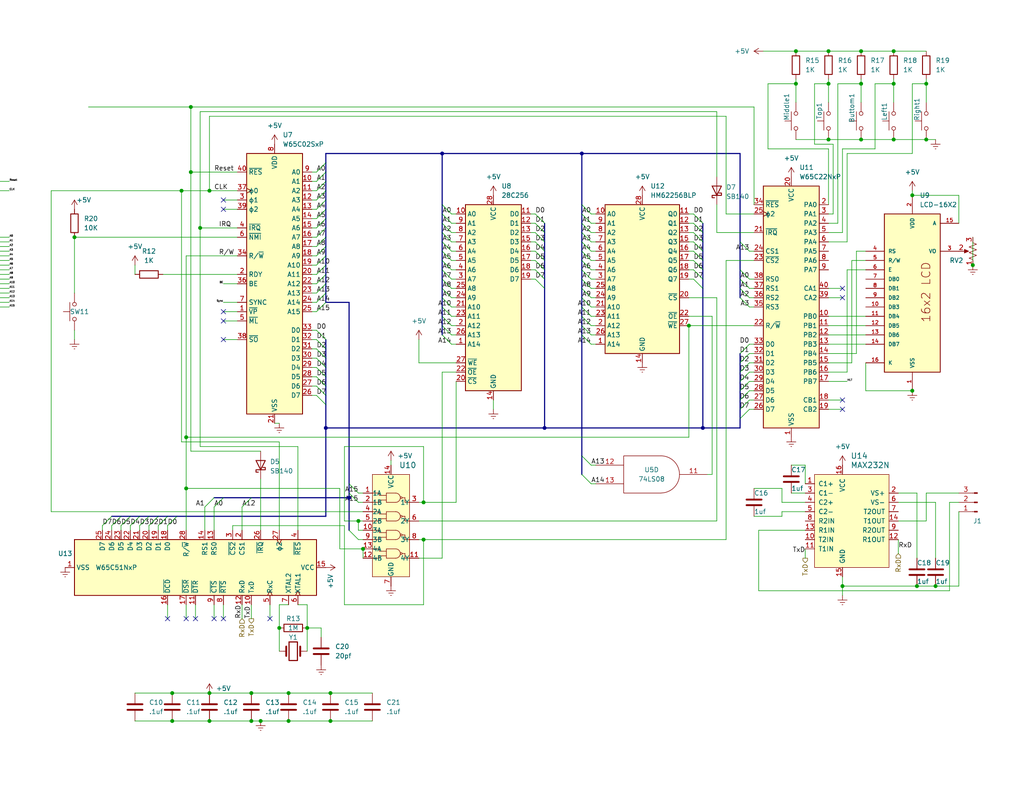
<source format=kicad_sch>
(kicad_sch (version 20230121) (generator eeschema)
  (paper "A")
  (junction (at 226.06 22.86))
  (junction (at 226.06 38.1))
  (junction (at 248.92 106.68))
  (junction (at 52.07 29.21))
  (junction (at 90.17 196.85))
  (junction (at 50.8 133.35))
  (junction (at 120.65 41.91))
  (junction (at 115.57 137.16))
  (junction (at 71.12 196.85))
  (junction (at 191.77 116.84))
  (junction (at 46.99 196.85))
  (junction (at 83.82 171.45))
  (junction (at 226.06 13.97))
  (junction (at 88.9 116.84))
  (junction (at 243.84 13.97))
  (junction (at 95.25 135.89))
  (junction (at 76.2 171.45))
  (junction (at 234.95 22.86))
  (junction (at 158.75 41.91))
  (junction (at 57.15 52.07))
  (junction (at 50.8 119.38))
  (junction (at 68.58 189.23))
  (junction (at 54.61 62.23))
  (junction (at 90.17 189.23))
  (junction (at 255.27 160.02))
  (junction (at 68.58 196.85))
  (junction (at 250.19 160.02))
  (junction (at 49.53 52.07))
  (junction (at 234.95 38.1))
  (junction (at 243.84 22.86))
  (junction (at 217.17 13.97))
  (junction (at 234.95 13.97))
  (junction (at 78.74 196.85))
  (junction (at 115.57 147.32))
  (junction (at 78.74 189.23))
  (junction (at 52.07 46.99))
  (junction (at 57.15 196.85))
  (junction (at 20.32 64.77))
  (junction (at 265.43 72.39))
  (junction (at 99.06 149.86))
  (junction (at 243.84 38.1))
  (junction (at 217.17 22.86))
  (junction (at 148.59 116.84))
  (junction (at 46.99 189.23))
  (junction (at 248.92 53.3146))
  (junction (at 229.87 160.02))
  (junction (at 187.96 88.9))
  (junction (at 252.73 22.86))
  (junction (at 252.73 38.1))
  (junction (at 57.15 189.23))
  (junction (at 97.79 142.24))
  (no_connect (at 229.87 111.76))
  (no_connect (at 60.96 54.61))
  (no_connect (at 58.42 168.91))
  (no_connect (at 50.8 168.91))
  (no_connect (at 53.34 168.91))
  (no_connect (at 60.96 57.15))
  (no_connect (at 229.87 109.22))
  (no_connect (at 73.66 168.91))
  (no_connect (at 60.96 92.71))
  (no_connect (at 229.87 81.28))
  (no_connect (at 229.87 78.74))
  (no_connect (at 60.96 87.63))
  (no_connect (at 45.72 168.91))
  (no_connect (at 60.96 85.09))
  (no_connect (at 60.96 168.91))
  (bus_entry (at 86.36 92.71) (size 2.54 2.54))
  (bus_entry (at 120.65 63.5) (size 2.54 2.54))
  (bus_entry (at 146.05 63.5) (size 2.54 2.54))
  (bus_entry (at 86.36 105.41) (size 2.54 2.54))
  (bus_entry (at 158.75 78.74) (size 2.54 2.54))
  (bus_entry (at 30.48 143.51) (size 2.54 -2.54))
  (bus_entry (at 189.23 60.96) (size 2.54 2.54))
  (bus_entry (at 189.23 76.2) (size 2.54 2.54))
  (bus_entry (at 86.36 95.25) (size 2.54 2.54))
  (bus_entry (at 201.93 114.3) (size 2.54 -2.54))
  (bus_entry (at 120.65 71.12) (size 2.54 2.54))
  (bus_entry (at 146.05 60.96) (size 2.54 2.54))
  (bus_entry (at 201.93 73.66) (size 2.54 2.54))
  (bus_entry (at 120.65 76.2) (size 2.54 2.54))
  (bus_entry (at 120.65 66.04) (size 2.54 2.54))
  (bus_entry (at 189.23 68.58) (size 2.54 2.54))
  (bus_entry (at 86.36 57.15) (size 2.54 -2.54))
  (bus_entry (at 86.36 74.93) (size 2.54 -2.54))
  (bus_entry (at 86.36 90.17) (size 2.54 2.54))
  (bus_entry (at 86.36 54.61) (size 2.54 -2.54))
  (bus_entry (at 86.36 59.69) (size 2.54 -2.54))
  (bus_entry (at 120.65 68.58) (size 2.54 2.54))
  (bus_entry (at 66.04 138.43) (size 2.54 -2.54))
  (bus_entry (at 120.65 55.88) (size 2.54 2.54))
  (bus_entry (at 86.36 80.01) (size 2.54 -2.54))
  (bus_entry (at 35.56 143.51) (size 2.54 -2.54))
  (bus_entry (at 158.75 129.54) (size 2.54 2.54))
  (bus_entry (at 158.75 86.36) (size 2.54 2.54))
  (bus_entry (at 158.75 124.46) (size 2.54 2.54))
  (bus_entry (at 146.05 76.2) (size 2.54 2.54))
  (bus_entry (at 158.75 71.12) (size 2.54 2.54))
  (bus_entry (at 189.23 63.5) (size 2.54 2.54))
  (bus_entry (at 158.75 83.82) (size 2.54 2.54))
  (bus_entry (at 40.64 143.51) (size 2.54 -2.54))
  (bus_entry (at 95.25 144.78) (size 2.54 2.54))
  (bus_entry (at 158.75 73.66) (size 2.54 2.54))
  (bus_entry (at 201.93 78.74) (size 2.54 2.54))
  (bus_entry (at 158.75 88.9) (size 2.54 2.54))
  (bus_entry (at 38.1 143.51) (size 2.54 -2.54))
  (bus_entry (at 201.93 106.68) (size 2.54 -2.54))
  (bus_entry (at 86.36 100.33) (size 2.54 2.54))
  (bus_entry (at 158.75 91.44) (size 2.54 2.54))
  (bus_entry (at 86.36 72.39) (size 2.54 -2.54))
  (bus_entry (at 120.65 83.82) (size 2.54 2.54))
  (bus_entry (at 146.05 58.42) (size 2.54 2.54))
  (bus_entry (at 120.65 73.66) (size 2.54 2.54))
  (bus_entry (at 120.65 86.36) (size 2.54 2.54))
  (bus_entry (at 158.75 63.5) (size 2.54 2.54))
  (bus_entry (at 158.75 76.2) (size 2.54 2.54))
  (bus_entry (at 86.36 77.47) (size 2.54 -2.54))
  (bus_entry (at 86.36 52.07) (size 2.54 -2.54))
  (bus_entry (at 201.93 81.28) (size 2.54 2.54))
  (bus_entry (at 120.65 58.42) (size 2.54 2.54))
  (bus_entry (at 158.75 68.58) (size 2.54 2.54))
  (bus_entry (at 189.23 71.12) (size 2.54 2.54))
  (bus_entry (at 146.05 73.66) (size 2.54 2.54))
  (bus_entry (at 86.36 64.77) (size 2.54 -2.54))
  (bus_entry (at 201.93 66.04) (size 2.54 2.54))
  (bus_entry (at 201.93 76.2) (size 2.54 2.54))
  (bus_entry (at 201.93 109.22) (size 2.54 -2.54))
  (bus_entry (at 201.93 111.76) (size 2.54 -2.54))
  (bus_entry (at 189.23 58.42) (size 2.54 2.54))
  (bus_entry (at 86.36 46.99) (size 2.54 -2.54))
  (bus_entry (at 120.65 81.28) (size 2.54 2.54))
  (bus_entry (at 158.75 55.88) (size 2.54 2.54))
  (bus_entry (at 146.05 71.12) (size 2.54 2.54))
  (bus_entry (at 58.42 138.43) (size 2.54 -2.54))
  (bus_entry (at 86.36 97.79) (size 2.54 2.54))
  (bus_entry (at 86.36 82.55) (size 2.54 -2.54))
  (bus_entry (at 120.65 88.9) (size 2.54 2.54))
  (bus_entry (at 95.25 134.62) (size 2.54 2.54))
  (bus_entry (at 86.36 107.95) (size 2.54 2.54))
  (bus_entry (at 201.93 104.14) (size 2.54 -2.54))
  (bus_entry (at 55.88 138.43) (size 2.54 -2.54))
  (bus_entry (at 95.25 132.08) (size 2.54 2.54))
  (bus_entry (at 86.36 67.31) (size 2.54 -2.54))
  (bus_entry (at 86.36 85.09) (size 2.54 -2.54))
  (bus_entry (at 86.36 49.53) (size 2.54 -2.54))
  (bus_entry (at 45.72 143.51) (size 2.54 -2.54))
  (bus_entry (at 33.02 143.51) (size 2.54 -2.54))
  (bus_entry (at 158.75 81.28) (size 2.54 2.54))
  (bus_entry (at 189.23 73.66) (size 2.54 2.54))
  (bus_entry (at 201.93 101.6) (size 2.54 -2.54))
  (bus_entry (at 120.65 91.44) (size 2.54 2.54))
  (bus_entry (at 146.05 68.58) (size 2.54 2.54))
  (bus_entry (at 158.75 58.42) (size 2.54 2.54))
  (bus_entry (at 120.65 78.74) (size 2.54 2.54))
  (bus_entry (at 43.18 143.51) (size 2.54 -2.54))
  (bus_entry (at 86.36 62.23) (size 2.54 -2.54))
  (bus_entry (at 27.94 143.51) (size 2.54 -2.54))
  (bus_entry (at 86.36 69.85) (size 2.54 -2.54))
  (bus_entry (at 120.65 60.96) (size 2.54 2.54))
  (bus_entry (at 158.75 66.04) (size 2.54 2.54))
  (bus_entry (at 189.23 66.04) (size 2.54 2.54))
  (bus_entry (at 146.05 66.04) (size 2.54 2.54))
  (bus_entry (at 201.93 99.06) (size 2.54 -2.54))
  (bus_entry (at 201.93 96.52) (size 2.54 -2.54))
  (bus_entry (at 158.75 60.96) (size 2.54 2.54))
  (bus_entry (at 86.36 102.87) (size 2.54 2.54))
  (wire (pts (xy 115.57 147.32) (xy 198.12 147.32)))
  (wire (pts (xy -1.27 76.2) (xy 2.54 76.2)))
  (wire (pts (xy 252.73 38.1) (xy 255.27 38.1)))
  (wire (pts (xy 227.33 58.42) (xy 227.33 39.37)))
  (wire (pts (xy 60.96 87.63) (xy 64.77 87.63)))
  (bus (pts (xy 191.77 66.04) (xy 191.77 68.58)))
  (wire (pts (xy 204.47 68.58) (xy 205.74 68.58)))
  (wire (pts (xy 68.58 196.85) (xy 71.12 196.85)))
  (wire (pts (xy 99.06 139.7) (xy 13.97 139.7)))
  (wire (pts (xy 226.06 13.97) (xy 234.95 13.97)))
  (wire (pts (xy 81.28 121.92) (xy 54.61 121.92)))
  (bus (pts (xy 191.77 76.2) (xy 191.77 78.74)))
  (wire (pts (xy 198.12 147.32) (xy 198.12 71.12)))
  (wire (pts (xy 229.87 40.64) (xy 238.76 40.64)))
  (wire (pts (xy 238.76 40.64) (xy 238.76 22.86)))
  (wire (pts (xy 50.8 119.38) (xy 187.96 119.38)))
  (wire (pts (xy 219.71 134.62) (xy 215.9 134.62)))
  (wire (pts (xy 93.98 165.1) (xy 115.57 165.1)))
  (wire (pts (xy 85.09 100.33) (xy 86.36 100.33)))
  (bus (pts (xy 201.93 96.52) (xy 201.93 99.06)))
  (bus (pts (xy 30.48 140.97) (xy 33.02 140.97)))
  (wire (pts (xy 57.15 52.07) (xy 57.15 31.75)))
  (wire (pts (xy 219.71 152.4) (xy 219.71 149.86)))
  (wire (pts (xy 243.84 22.86) (xy 243.84 27.94)))
  (wire (pts (xy 255.27 137.16) (xy 255.27 152.4)))
  (bus (pts (xy 201.93 41.91) (xy 201.93 66.04)))
  (wire (pts (xy -1.27 68.58) (xy 2.54 68.58)))
  (wire (pts (xy 123.19 83.82) (xy 124.46 83.82)))
  (wire (pts (xy 252.73 22.86) (xy 252.73 21.59)))
  (wire (pts (xy 161.29 81.28) (xy 162.56 81.28)))
  (wire (pts (xy 219.71 127) (xy 215.9 127)))
  (bus (pts (xy 158.75 41.91) (xy 201.93 41.91)))
  (wire (pts (xy 83.82 165.1) (xy 81.28 165.1)))
  (wire (pts (xy 204.47 78.74) (xy 205.74 78.74)))
  (wire (pts (xy 60.96 57.15) (xy 64.77 57.15)))
  (wire (pts (xy -16.51 85.09) (xy -16.51 87.63)))
  (wire (pts (xy -1.27 78.74) (xy 2.54 78.74)))
  (bus (pts (xy 120.65 58.42) (xy 120.65 60.96)))
  (wire (pts (xy -1.27 66.04) (xy 2.54 66.04)))
  (bus (pts (xy 158.75 63.5) (xy 158.75 66.04)))
  (bus (pts (xy 120.65 88.9) (xy 120.65 91.44)))
  (bus (pts (xy 158.75 68.58) (xy 158.75 71.12)))
  (bus (pts (xy 201.93 99.06) (xy 201.93 101.6)))
  (bus (pts (xy 120.65 73.66) (xy 120.65 76.2)))
  (wire (pts (xy 97.79 134.62) (xy 99.06 134.62)))
  (wire (pts (xy 217.17 38.1) (xy 226.06 38.1)))
  (wire (pts (xy 229.87 160.02) (xy 250.19 160.02)))
  (wire (pts (xy 226.06 55.88) (xy 226.06 40.64)))
  (wire (pts (xy 85.09 77.47) (xy 86.36 77.47)))
  (wire (pts (xy 85.09 72.39) (xy 86.36 72.39)))
  (wire (pts (xy 161.29 76.2) (xy 162.56 76.2)))
  (bus (pts (xy 88.9 49.53) (xy 88.9 52.07)))
  (wire (pts (xy 120.65 101.6) (xy 124.46 101.6)))
  (wire (pts (xy 93.98 121.92) (xy 115.57 121.92)))
  (bus (pts (xy 88.9 110.49) (xy 88.9 116.84)))
  (wire (pts (xy 27.94 143.51) (xy 27.94 144.78)))
  (wire (pts (xy 52.07 29.21) (xy 205.74 29.21)))
  (wire (pts (xy 229.87 160.02) (xy 229.87 157.48)))
  (wire (pts (xy 123.19 66.04) (xy 124.46 66.04)))
  (bus (pts (xy 88.9 77.47) (xy 88.9 80.01)))
  (wire (pts (xy 234.95 38.1) (xy 243.84 38.1)))
  (wire (pts (xy 187.96 76.2) (xy 189.23 76.2)))
  (wire (pts (xy 85.09 80.01) (xy 86.36 80.01)))
  (wire (pts (xy 87.63 173.99) (xy 87.63 171.45)))
  (wire (pts (xy 99.06 142.24) (xy 97.79 142.24)))
  (bus (pts (xy 191.77 63.5) (xy 191.77 66.04)))
  (wire (pts (xy 187.96 71.12) (xy 189.23 71.12)))
  (bus (pts (xy 201.93 76.2) (xy 201.93 78.74)))
  (wire (pts (xy 83.82 165.1) (xy 83.82 171.45)))
  (bus (pts (xy 148.59 68.58) (xy 148.59 71.12)))
  (wire (pts (xy 36.83 196.85) (xy 46.99 196.85)))
  (wire (pts (xy 45.72 143.51) (xy 45.72 144.78)))
  (wire (pts (xy 232.41 99.06) (xy 232.41 71.12)))
  (wire (pts (xy 90.17 189.23) (xy 101.6 189.23)))
  (wire (pts (xy 99.06 144.78) (xy 97.79 144.78)))
  (wire (pts (xy 231.14 41.91) (xy 248.92 41.91)))
  (wire (pts (xy 233.68 68.58) (xy 236.22 68.58)))
  (wire (pts (xy 66.04 144.78) (xy 66.04 138.43)))
  (wire (pts (xy 187.96 58.42) (xy 189.23 58.42)))
  (wire (pts (xy 213.36 133.35) (xy 205.74 133.35)))
  (bus (pts (xy 60.96 135.89) (xy 68.58 135.89)))
  (wire (pts (xy 50.8 133.35) (xy 92.71 133.35)))
  (wire (pts (xy 60.96 77.47) (xy 64.77 77.47)))
  (wire (pts (xy 232.41 71.12) (xy 236.22 71.12)))
  (wire (pts (xy 213.36 139.7) (xy 219.71 139.7)))
  (wire (pts (xy 60.96 54.61) (xy 64.77 54.61)))
  (bus (pts (xy 88.9 69.85) (xy 88.9 72.39)))
  (wire (pts (xy 231.14 73.66) (xy 236.22 73.66)))
  (wire (pts (xy 161.29 63.5) (xy 162.56 63.5)))
  (wire (pts (xy 76.2 165.1) (xy 76.2 171.45)))
  (wire (pts (xy 66.04 165.1) (xy 66.04 168.91)))
  (wire (pts (xy 85.09 54.61) (xy 86.36 54.61)))
  (bus (pts (xy 120.65 66.04) (xy 120.65 68.58)))
  (wire (pts (xy 209.55 22.86) (xy 217.17 22.86)))
  (wire (pts (xy -1.27 81.28) (xy 2.54 81.28)))
  (wire (pts (xy 226.06 40.64) (xy 209.55 40.64)))
  (wire (pts (xy 226.06 21.59) (xy 226.06 22.86)))
  (bus (pts (xy 158.75 81.28) (xy 158.75 83.82)))
  (wire (pts (xy 248.92 22.86) (xy 252.73 22.86)))
  (wire (pts (xy 123.19 68.58) (xy 124.46 68.58)))
  (wire (pts (xy 219.71 137.16) (xy 213.36 137.16)))
  (bus (pts (xy 201.93 111.76) (xy 201.93 114.3)))
  (wire (pts (xy 123.19 93.98) (xy 124.46 93.98)))
  (wire (pts (xy -1.27 52.07) (xy 2.54 52.07)))
  (wire (pts (xy 13.97 52.07) (xy 49.53 52.07)))
  (bus (pts (xy 88.9 107.95) (xy 88.9 110.49)))
  (wire (pts (xy 213.36 137.16) (xy 213.36 133.35)))
  (bus (pts (xy 158.75 58.42) (xy 158.75 60.96)))
  (wire (pts (xy 209.55 40.64) (xy 209.55 22.86)))
  (wire (pts (xy 123.19 63.5) (xy 124.46 63.5)))
  (wire (pts (xy 85.09 62.23) (xy 86.36 62.23)))
  (wire (pts (xy 198.12 31.75) (xy 198.12 58.42)))
  (bus (pts (xy 88.9 97.79) (xy 88.9 100.33)))
  (bus (pts (xy 88.9 80.01) (xy 88.9 82.55)))
  (wire (pts (xy 261.62 160.02) (xy 261.62 139.7)))
  (wire (pts (xy 52.07 29.21) (xy 52.07 46.99)))
  (wire (pts (xy 44.45 74.93) (xy 64.77 74.93)))
  (wire (pts (xy 50.8 144.78) (xy 50.8 133.35)))
  (bus (pts (xy 88.9 95.25) (xy 88.9 97.79)))
  (bus (pts (xy 120.65 68.58) (xy 120.65 71.12)))
  (wire (pts (xy 60.96 82.55) (xy 64.77 82.55)))
  (wire (pts (xy 83.82 177.8) (xy 83.82 171.45)))
  (bus (pts (xy 88.9 57.15) (xy 88.9 59.69)))
  (wire (pts (xy 85.09 107.95) (xy 86.36 107.95)))
  (wire (pts (xy 33.02 143.51) (xy 33.02 144.78)))
  (wire (pts (xy 213.36 140.97) (xy 213.36 139.7)))
  (wire (pts (xy 219.71 132.08) (xy 219.71 127)))
  (wire (pts (xy 161.29 86.36) (xy 162.56 86.36)))
  (wire (pts (xy 252.73 142.24) (xy 252.73 134.62)))
  (wire (pts (xy 114.3 99.06) (xy 124.46 99.06)))
  (wire (pts (xy 208.28 13.97) (xy 217.17 13.97)))
  (wire (pts (xy 64.77 62.23) (xy 54.61 62.23)))
  (wire (pts (xy 123.19 81.28) (xy 124.46 81.28)))
  (bus (pts (xy 88.9 52.07) (xy 88.9 54.61)))
  (bus (pts (xy 88.9 102.87) (xy 88.9 105.41)))
  (bus (pts (xy 88.9 54.61) (xy 88.9 57.15)))
  (wire (pts (xy 13.97 139.7) (xy 13.97 52.07)))
  (bus (pts (xy 58.42 135.89) (xy 60.96 135.89)))
  (wire (pts (xy 204.47 99.06) (xy 205.74 99.06)))
  (bus (pts (xy 40.64 140.97) (xy 43.18 140.97)))
  (wire (pts (xy 204.47 106.68) (xy 205.74 106.68)))
  (bus (pts (xy 95.25 135.89) (xy 95.25 144.78)))
  (wire (pts (xy 120.65 152.4) (xy 120.65 101.6)))
  (wire (pts (xy 228.6 60.96) (xy 228.6 22.86)))
  (wire (pts (xy 226.06 81.28) (xy 229.87 81.28)))
  (bus (pts (xy 88.9 116.84) (xy 148.59 116.84)))
  (wire (pts (xy 144.78 73.66) (xy 146.05 73.66)))
  (bus (pts (xy 45.72 140.97) (xy 48.26 140.97)))
  (wire (pts (xy 115.57 121.92) (xy 115.57 137.16)))
  (wire (pts (xy 76.2 120.65) (xy 49.53 120.65)))
  (wire (pts (xy 236.22 99.06) (xy 236.22 106.68)))
  (wire (pts (xy 187.96 66.04) (xy 189.23 66.04)))
  (wire (pts (xy 252.73 27.94) (xy 252.73 22.86)))
  (wire (pts (xy 20.32 80.01) (xy 20.32 64.77)))
  (wire (pts (xy 204.47 101.6) (xy 205.74 101.6)))
  (bus (pts (xy 148.59 66.04) (xy 148.59 68.58)))
  (wire (pts (xy 144.78 63.5) (xy 146.05 63.5)))
  (bus (pts (xy 88.9 74.93) (xy 88.9 77.47)))
  (bus (pts (xy 88.9 92.71) (xy 88.9 95.25)))
  (wire (pts (xy 161.29 66.04) (xy 162.56 66.04)))
  (wire (pts (xy 85.09 46.99) (xy 86.36 46.99)))
  (wire (pts (xy -13.97 85.09) (xy -13.97 87.63)))
  (wire (pts (xy 161.29 88.9) (xy 162.56 88.9)))
  (wire (pts (xy 217.17 13.97) (xy 226.06 13.97)))
  (bus (pts (xy 201.93 109.22) (xy 201.93 111.76)))
  (wire (pts (xy 161.29 73.66) (xy 162.56 73.66)))
  (wire (pts (xy 259.08 137.16) (xy 259.08 161.29)))
  (wire (pts (xy 245.11 137.16) (xy 255.27 137.16)))
  (wire (pts (xy 187.96 60.96) (xy 189.23 60.96)))
  (wire (pts (xy 123.19 88.9) (xy 124.46 88.9)))
  (wire (pts (xy 205.74 63.5) (xy 195.58 63.5)))
  (wire (pts (xy 73.66 165.1) (xy 73.66 168.91)))
  (bus (pts (xy 148.59 63.5) (xy 148.59 66.04)))
  (wire (pts (xy 85.09 102.87) (xy 86.36 102.87)))
  (wire (pts (xy 161.29 71.12) (xy 162.56 71.12)))
  (wire (pts (xy -12.7 85.09) (xy -12.7 87.63)))
  (wire (pts (xy 68.58 189.23) (xy 78.74 189.23)))
  (wire (pts (xy 106.68 125.73) (xy 106.68 127)))
  (wire (pts (xy 226.06 86.36) (xy 236.22 86.36)))
  (wire (pts (xy 60.96 92.71) (xy 64.77 92.71)))
  (wire (pts (xy 231.14 66.04) (xy 231.14 41.91)))
  (wire (pts (xy 50.8 119.38) (xy 50.8 133.35)))
  (bus (pts (xy 95.25 82.55) (xy 88.9 82.55)))
  (wire (pts (xy 85.09 95.25) (xy 86.36 95.25)))
  (wire (pts (xy 57.15 196.85) (xy 68.58 196.85)))
  (wire (pts (xy 123.19 58.42) (xy 124.46 58.42)))
  (bus (pts (xy 88.9 100.33) (xy 88.9 102.87)))
  (wire (pts (xy 234.95 13.97) (xy 243.84 13.97)))
  (wire (pts (xy 161.29 83.82) (xy 162.56 83.82)))
  (wire (pts (xy -13.97 43.18) (xy -13.97 46.99)))
  (wire (pts (xy 161.29 93.98) (xy 162.56 93.98)))
  (wire (pts (xy 205.74 55.88) (xy 205.74 29.21)))
  (wire (pts (xy 226.06 63.5) (xy 229.87 63.5)))
  (wire (pts (xy 85.09 74.93) (xy 86.36 74.93)))
  (wire (pts (xy -1.27 49.53) (xy 2.54 49.53)))
  (wire (pts (xy 229.87 63.5) (xy 229.87 40.64)))
  (bus (pts (xy 158.75 41.91) (xy 158.75 55.88)))
  (bus (pts (xy 158.75 73.66) (xy 158.75 76.2)))
  (wire (pts (xy 229.87 162.56) (xy 229.87 160.02)))
  (wire (pts (xy 71.12 130.81) (xy 71.12 144.78)))
  (wire (pts (xy 99.06 149.86) (xy 99.06 152.4)))
  (wire (pts (xy 233.68 96.52) (xy 233.68 68.58)))
  (bus (pts (xy 88.9 41.91) (xy 88.9 44.45)))
  (wire (pts (xy 35.56 143.51) (xy 35.56 144.78)))
  (wire (pts (xy 50.8 165.1) (xy 50.8 168.91)))
  (wire (pts (xy 261.62 53.34) (xy 248.92 53.34)))
  (wire (pts (xy 198.12 58.42) (xy 205.74 58.42)))
  (wire (pts (xy 205.74 140.97) (xy 213.36 140.97)))
  (bus (pts (xy 191.77 71.12) (xy 191.77 73.66)))
  (wire (pts (xy 226.06 96.52) (xy 233.68 96.52)))
  (wire (pts (xy 24.13 29.21) (xy 52.07 29.21)))
  (wire (pts (xy 248.92 53.34) (xy 248.92 53.3146)))
  (wire (pts (xy 97.79 142.24) (xy 97.79 144.78)))
  (wire (pts (xy -1.27 73.66) (xy 2.54 73.66)))
  (wire (pts (xy 124.46 137.16) (xy 124.46 104.14)))
  (wire (pts (xy 123.19 86.36) (xy 124.46 86.36)))
  (wire (pts (xy 87.63 171.45) (xy 83.82 171.45)))
  (wire (pts (xy 204.47 76.2) (xy 205.74 76.2)))
  (wire (pts (xy 92.71 149.86) (xy 99.06 149.86)))
  (wire (pts (xy 68.58 165.1) (xy 68.58 168.91)))
  (bus (pts (xy 158.75 55.88) (xy 158.75 58.42)))
  (wire (pts (xy 187.96 119.38) (xy 187.96 88.9)))
  (wire (pts (xy 248.92 53.3146) (xy 248.92 52.07)))
  (wire (pts (xy 144.78 71.12) (xy 146.05 71.12)))
  (wire (pts (xy 187.96 73.66) (xy 189.23 73.66)))
  (wire (pts (xy 144.78 68.58) (xy 146.05 68.58)))
  (wire (pts (xy 92.71 133.35) (xy 92.71 149.86)))
  (bus (pts (xy 158.75 78.74) (xy 158.75 81.28)))
  (bus (pts (xy 158.75 66.04) (xy 158.75 68.58)))
  (wire (pts (xy 195.58 63.5) (xy 195.58 55.88)))
  (wire (pts (xy 252.73 134.62) (xy 261.62 134.62)))
  (wire (pts (xy 195.58 81.28) (xy 187.96 81.28)))
  (wire (pts (xy -31.75 76.2) (xy -29.21 76.2)))
  (wire (pts (xy 74.93 115.57) (xy 76.2 115.57)))
  (wire (pts (xy 234.95 21.59) (xy 234.95 22.86)))
  (wire (pts (xy 204.47 93.98) (xy 205.74 93.98)))
  (wire (pts (xy 227.33 39.37) (xy 222.25 39.37)))
  (bus (pts (xy 120.65 41.91) (xy 158.75 41.91)))
  (bus (pts (xy 201.93 66.04) (xy 201.93 73.66)))
  (wire (pts (xy 161.29 127) (xy 162.56 127)))
  (bus (pts (xy 191.77 60.96) (xy 191.77 63.5)))
  (wire (pts (xy 76.2 144.78) (xy 76.2 120.65)))
  (wire (pts (xy -17.78 85.09) (xy -17.78 87.63)))
  (wire (pts (xy 20.32 64.77) (xy 64.77 64.77)))
  (wire (pts (xy 85.09 105.41) (xy 86.36 105.41)))
  (wire (pts (xy 58.42 138.43) (xy 58.42 144.78)))
  (wire (pts (xy 123.19 73.66) (xy 124.46 73.66)))
  (wire (pts (xy -8.89 85.09) (xy -8.89 87.63)))
  (bus (pts (xy 191.77 73.66) (xy 191.77 76.2)))
  (wire (pts (xy -31.75 78.74) (xy -29.21 78.74)))
  (wire (pts (xy 49.53 120.65) (xy 49.53 52.07)))
  (bus (pts (xy 88.9 59.69) (xy 88.9 62.23)))
  (wire (pts (xy 76.2 165.1) (xy 78.74 165.1)))
  (wire (pts (xy -1.27 72.39) (xy 2.54 72.39)))
  (bus (pts (xy 158.75 91.44) (xy 158.75 124.46)))
  (bus (pts (xy 95.25 82.55) (xy 95.25 132.08)))
  (wire (pts (xy 226.06 58.42) (xy 227.33 58.42)))
  (wire (pts (xy 226.06 22.86) (xy 226.06 27.94)))
  (wire (pts (xy 114.3 137.16) (xy 115.57 137.16)))
  (wire (pts (xy 85.09 69.85) (xy 86.36 69.85)))
  (bus (pts (xy 201.93 106.68) (xy 201.93 109.22)))
  (wire (pts (xy 161.29 78.74) (xy 162.56 78.74)))
  (bus (pts (xy 191.77 68.58) (xy 191.77 71.12)))
  (wire (pts (xy 195.58 142.24) (xy 195.58 81.28)))
  (wire (pts (xy 85.09 90.17) (xy 86.36 90.17)))
  (bus (pts (xy 43.18 140.97) (xy 45.72 140.97)))
  (bus (pts (xy 148.59 76.2) (xy 148.59 78.74)))
  (bus (pts (xy 88.9 67.31) (xy 88.9 69.85)))
  (bus (pts (xy 158.75 124.46) (xy 158.75 129.54)))
  (bus (pts (xy 88.9 105.41) (xy 88.9 107.95)))
  (wire (pts (xy 219.71 144.78) (xy 207.01 144.78)))
  (wire (pts (xy 243.84 13.97) (xy 252.73 13.97)))
  (bus (pts (xy 201.93 114.3) (xy 201.93 116.84)))
  (bus (pts (xy 148.59 116.84) (xy 191.77 116.84)))
  (wire (pts (xy 78.74 196.85) (xy 90.17 196.85)))
  (wire (pts (xy 123.19 60.96) (xy 124.46 60.96)))
  (wire (pts (xy 114.3 92.71) (xy 114.3 99.06)))
  (wire (pts (xy 123.19 91.44) (xy 124.46 91.44)))
  (wire (pts (xy 76.2 177.8) (xy 76.2 171.45)))
  (wire (pts (xy 46.99 196.85) (xy 57.15 196.85)))
  (wire (pts (xy 40.64 143.51) (xy 40.64 144.78)))
  (wire (pts (xy 20.32 90.17) (xy 20.32 92.71)))
  (wire (pts (xy 204.47 109.22) (xy 205.74 109.22)))
  (wire (pts (xy 144.78 66.04) (xy 146.05 66.04)))
  (wire (pts (xy 222.25 39.37) (xy 222.25 22.86)))
  (wire (pts (xy 207.01 161.29) (xy 259.08 161.29)))
  (wire (pts (xy 250.19 134.62) (xy 250.19 152.4)))
  (wire (pts (xy 85.09 57.15) (xy 86.36 57.15)))
  (bus (pts (xy 158.75 76.2) (xy 158.75 78.74)))
  (bus (pts (xy 191.77 78.74) (xy 191.77 116.84)))
  (wire (pts (xy 63.5 143.51) (xy 93.98 143.51)))
  (bus (pts (xy 120.65 63.5) (xy 120.65 66.04)))
  (wire (pts (xy 93.98 143.51) (xy 93.98 165.1)))
  (bus (pts (xy 120.65 41.91) (xy 120.65 55.88)))
  (wire (pts (xy -1.27 69.85) (xy 2.54 69.85)))
  (wire (pts (xy 231.14 101.6) (xy 231.14 73.66)))
  (bus (pts (xy 148.59 73.66) (xy 148.59 76.2)))
  (wire (pts (xy 255.27 160.02) (xy 261.62 160.02)))
  (wire (pts (xy 78.74 189.23) (xy 90.17 189.23)))
  (wire (pts (xy 50.8 69.85) (xy 64.77 69.85)))
  (bus (pts (xy 201.93 73.66) (xy 201.93 76.2)))
  (wire (pts (xy 54.61 121.92) (xy 54.61 62.23)))
  (wire (pts (xy -31.75 74.93) (xy -29.21 74.93)))
  (wire (pts (xy 52.07 123.19) (xy 52.07 46.99)))
  (wire (pts (xy 55.88 138.43) (xy 55.88 144.78)))
  (bus (pts (xy 95.25 132.08) (xy 95.25 134.62)))
  (wire (pts (xy 144.78 60.96) (xy 146.05 60.96)))
  (wire (pts (xy 85.09 49.53) (xy 86.36 49.53)))
  (wire (pts (xy 85.09 97.79) (xy 86.36 97.79)))
  (wire (pts (xy 245.11 142.24) (xy 252.73 142.24)))
  (wire (pts (xy 217.17 21.59) (xy 217.17 22.86)))
  (bus (pts (xy 88.9 64.77) (xy 88.9 67.31)))
  (bus (pts (xy 158.75 86.36) (xy 158.75 88.9)))
  (wire (pts (xy -22.86 43.18) (xy -22.86 46.99)))
  (wire (pts (xy -31.75 71.12) (xy -29.21 71.12)))
  (wire (pts (xy 228.6 22.86) (xy 234.95 22.86)))
  (wire (pts (xy 85.09 59.69) (xy 86.36 59.69)))
  (wire (pts (xy 123.19 78.74) (xy 124.46 78.74)))
  (wire (pts (xy 161.29 60.96) (xy 162.56 60.96)))
  (wire (pts (xy 123.19 76.2) (xy 124.46 76.2)))
  (wire (pts (xy 161.29 132.08) (xy 162.56 132.08)))
  (bus (pts (xy 158.75 88.9) (xy 158.75 91.44)))
  (wire (pts (xy -1.27 83.82) (xy 2.54 83.82)))
  (bus (pts (xy 120.65 83.82) (xy 120.65 86.36)))
  (wire (pts (xy 226.06 91.44) (xy 236.22 91.44)))
  (wire (pts (xy 187.96 68.58) (xy 189.23 68.58)))
  (wire (pts (xy 123.19 71.12) (xy 124.46 71.12)))
  (wire (pts (xy -10.16 85.09) (xy -10.16 87.63)))
  (bus (pts (xy 158.75 60.96) (xy 158.75 63.5)))
  (wire (pts (xy 57.15 52.07) (xy 64.77 52.07)))
  (bus (pts (xy 38.1 140.97) (xy 40.64 140.97)))
  (bus (pts (xy 120.65 71.12) (xy 120.65 73.66)))
  (wire (pts (xy 60.96 85.09) (xy 64.77 85.09)))
  (wire (pts (xy 54.61 62.23) (xy 54.61 30.48)))
  (wire (pts (xy 54.61 30.48) (xy 195.58 30.48)))
  (wire (pts (xy 194.31 86.36) (xy 187.96 86.36)))
  (wire (pts (xy -31.75 77.47) (xy -29.21 77.47)))
  (wire (pts (xy -1.27 71.12) (xy 2.54 71.12)))
  (wire (pts (xy 114.3 152.4) (xy 120.65 152.4)))
  (wire (pts (xy 81.28 121.92) (xy 81.28 144.78)))
  (wire (pts (xy -31.75 72.39) (xy -29.21 72.39)))
  (bus (pts (xy 88.9 62.23) (xy 88.9 64.77)))
  (wire (pts (xy 226.06 38.1) (xy 234.95 38.1)))
  (wire (pts (xy 85.09 67.31) (xy 86.36 67.31)))
  (wire (pts (xy 236.22 106.68) (xy 248.92 106.68)))
  (wire (pts (xy 45.72 165.1) (xy 45.72 168.91)))
  (wire (pts (xy -1.27 77.47) (xy 2.54 77.47)))
  (wire (pts (xy 226.06 60.96) (xy 228.6 60.96)))
  (wire (pts (xy 134.62 111.76) (xy 134.62 109.22)))
  (bus (pts (xy 88.9 46.99) (xy 88.9 49.53)))
  (wire (pts (xy 71.12 123.19) (xy 52.07 123.19)))
  (wire (pts (xy 161.29 58.42) (xy 162.56 58.42)))
  (wire (pts (xy 57.15 189.23) (xy 68.58 189.23)))
  (wire (pts (xy 226.06 78.74) (xy 229.87 78.74)))
  (wire (pts (xy 60.96 165.1) (xy 60.96 168.91)))
  (wire (pts (xy 85.09 52.07) (xy 86.36 52.07)))
  (wire (pts (xy 49.53 52.07) (xy 57.15 52.07)))
  (bus (pts (xy 35.56 140.97) (xy 38.1 140.97)))
  (wire (pts (xy 85.09 85.09) (xy 86.36 85.09)))
  (wire (pts (xy 238.76 22.86) (xy 243.84 22.86)))
  (wire (pts (xy 52.07 46.99) (xy 64.77 46.99)))
  (bus (pts (xy 68.58 135.89) (xy 95.25 135.89)))
  (wire (pts (xy 243.84 21.59) (xy 243.84 22.86)))
  (wire (pts (xy 226.06 101.6) (xy 231.14 101.6)))
  (wire (pts (xy 53.34 165.1) (xy 53.34 168.91)))
  (wire (pts (xy 90.17 196.85) (xy 101.6 196.85)))
  (wire (pts (xy 93.98 142.24) (xy 97.79 142.24)))
  (wire (pts (xy 226.06 111.76) (xy 229.87 111.76)))
  (wire (pts (xy 234.95 22.86) (xy 234.95 27.94)))
  (wire (pts (xy 198.12 71.12) (xy 205.74 71.12)))
  (wire (pts (xy 204.47 96.52) (xy 205.74 96.52)))
  (wire (pts (xy 97.79 147.32) (xy 99.06 147.32)))
  (wire (pts (xy 85.09 92.71) (xy 86.36 92.71)))
  (bus (pts (xy 120.65 60.96) (xy 120.65 63.5)))
  (wire (pts (xy 144.78 76.2) (xy 146.05 76.2)))
  (wire (pts (xy 226.06 66.04) (xy 231.14 66.04)))
  (wire (pts (xy 265.43 72.39) (xy 265.43 64.77)))
  (wire (pts (xy 114.3 147.32) (xy 115.57 147.32)))
  (wire (pts (xy 204.47 81.28) (xy 205.74 81.28)))
  (wire (pts (xy 248.92 41.91) (xy 248.92 22.86)))
  (bus (pts (xy 48.26 140.97) (xy 88.9 140.97)))
  (wire (pts (xy 38.1 143.51) (xy 38.1 144.78)))
  (wire (pts (xy 250.19 160.02) (xy 255.27 160.02)))
  (wire (pts (xy 63.5 144.78) (xy 63.5 143.51)))
  (wire (pts (xy 226.06 93.98) (xy 236.22 93.98)))
  (bus (pts (xy 88.9 41.91) (xy 120.65 41.91)))
  (bus (pts (xy 148.59 71.12) (xy 148.59 73.66)))
  (wire (pts (xy 46.99 189.23) (xy 57.15 189.23)))
  (wire (pts (xy 226.06 109.22) (xy 229.87 109.22)))
  (bus (pts (xy 88.9 44.45) (xy 88.9 46.99)))
  (wire (pts (xy 207.01 144.78) (xy 207.01 161.29)))
  (wire (pts (xy -1.27 67.31) (xy 2.54 67.31)))
  (wire (pts (xy 43.18 143.51) (xy 43.18 144.78)))
  (bus (pts (xy 88.9 72.39) (xy 88.9 74.93)))
  (bus (pts (xy 158.75 83.82) (xy 158.75 86.36)))
  (wire (pts (xy -1.27 64.77) (xy 2.54 64.77)))
  (bus (pts (xy 88.9 140.97) (xy 88.9 116.84)))
  (wire (pts (xy 161.29 91.44) (xy 162.56 91.44)))
  (wire (pts (xy 226.06 99.06) (xy 232.41 99.06)))
  (wire (pts (xy 85.09 64.77) (xy 86.36 64.77)))
  (wire (pts (xy 204.47 83.82) (xy 205.74 83.82)))
  (bus (pts (xy 95.25 134.62) (xy 95.25 135.89)))
  (wire (pts (xy 115.57 137.16) (xy 124.46 137.16)))
  (wire (pts (xy 58.42 165.1) (xy 58.42 168.91)))
  (wire (pts (xy 50.8 69.85) (xy 50.8 119.38)))
  (bus (pts (xy 33.02 140.97) (xy 35.56 140.97)))
  (wire (pts (xy 204.47 111.76) (xy 205.74 111.76)))
  (bus (pts (xy 158.75 71.12) (xy 158.75 73.66)))
  (bus (pts (xy 120.65 55.88) (xy 120.65 58.42)))
  (bus (pts (xy 201.93 104.14) (xy 201.93 106.68)))
  (wire (pts (xy -1.27 74.93) (xy 2.54 74.93)))
  (wire (pts (xy 217.17 22.86) (xy 217.17 27.94)))
  (wire (pts (xy 222.25 22.86) (xy 226.06 22.86)))
  (wire (pts (xy 193.04 129.54) (xy 194.31 129.54)))
  (bus (pts (xy 120.65 86.36) (xy 120.65 88.9)))
  (bus (pts (xy 120.65 81.28) (xy 120.65 83.82)))
  (wire (pts (xy -31.75 73.66) (xy -29.21 73.66)))
  (wire (pts (xy 195.58 30.48) (xy 195.58 48.26)))
  (wire (pts (xy -15.24 85.09) (xy -15.24 87.63)))
  (wire (pts (xy 261.62 60.96) (xy 261.62 53.34)))
  (bus (pts (xy 201.93 116.84) (xy 191.77 116.84)))
  (wire (pts (xy 243.84 38.1) (xy 252.73 38.1)))
  (wire (pts (xy 57.15 31.75) (xy 198.12 31.75)))
  (wire (pts (xy -11.43 85.09) (xy -11.43 87.63)))
  (bus (pts (xy 148.59 78.74) (xy 148.59 116.84)))
  (wire (pts (xy -1.27 82.55) (xy 2.54 82.55)))
  (wire (pts (xy 259.08 137.16) (xy 261.62 137.16)))
  (wire (pts (xy 194.31 86.36) (xy 194.31 129.54)))
  (wire (pts (xy 85.09 82.55) (xy 86.36 82.55)))
  (wire (pts (xy 245.11 147.32) (xy 245.11 151.13)))
  (wire (pts (xy 161.29 68.58) (xy 162.56 68.58)))
  (bus (pts (xy 201.93 78.74) (xy 201.93 81.28)))
  (wire (pts (xy 187.96 88.9) (xy 205.74 88.9)))
  (bus (pts (xy 201.93 101.6) (xy 201.93 104.14)))
  (wire (pts (xy 144.78 58.42) (xy 146.05 58.42)))
  (wire (pts (xy 71.12 196.85) (xy 78.74 196.85)))
  (wire (pts (xy 115.57 165.1) (xy 115.57 147.32)))
  (wire (pts (xy 245.11 134.62) (xy 250.19 134.62)))
  (wire (pts (xy 36.83 72.39) (xy 36.83 74.93)))
  (wire (pts (xy 93.98 121.92) (xy 93.98 142.24)))
  (bus (pts (xy 120.65 76.2) (xy 120.65 78.74)))
  (bus (pts (xy 120.65 78.74) (xy 120.65 81.28)))
  (wire (pts (xy 187.96 63.5) (xy 189.23 63.5)))
  (wire (pts (xy -1.27 80.01) (xy 2.54 80.01)))
  (bus (pts (xy 148.59 60.96) (xy 148.59 63.5)))
  (wire (pts (xy 226.06 88.9) (xy 236.22 88.9)))
  (wire (pts (xy 36.83 189.23) (xy 46.99 189.23)))
  (wire (pts (xy 30.48 143.51) (xy 30.48 144.78)))
  (wire (pts (xy 97.79 137.16) (xy 99.06 137.16)))
  (wire (pts (xy 226.06 104.14) (xy 231.14 104.14)))
  (wire (pts (xy 204.47 104.14) (xy 205.74 104.14)))
  (wire (pts (xy 114.3 142.24) (xy 195.58 142.24)))
  (label "A13" (at 161.29 91.44 180))
  (label "D2" (at 40.64 143.51 0))
  (label "A13" (at 204.47 68.58 180))
  (label "A10" (at 123.19 83.82 180))
  (label "A6" (at 123.19 73.66 180))
  (label "A10" (at 86.36 72.39 0))
  (label "D1" (at 204.47 96.52 180))
  (label "D3" (at 204.47 101.6 180))
  (label "D1" (at 43.18 143.51 0))
  (label "D5" (at 204.47 106.68 180))
  (label "A9" (at 86.36 69.85 0))
  (label "A2" (at 123.19 63.5 180))
  (label "CLK" (at 58.42 52.07 0))
  (label "D0" (at 146.05 58.42 0))
  (label "A7" (at 2.54 73.66 0) (effects (font (size 0.5 0.5))))
  (label "A3" (at 161.29 66.04 180))
  (label "BE" (at -31.75 78.74 180) (effects (font (size 0.5 0.5))))
  (label "A14" (at 161.29 93.98 180))
  (label "A7" (at 86.36 64.77 0))
  (label "D7" (at 27.94 143.51 0))
  (label "CLK" (at -31.75 73.66 180) (effects (font (size 0.5 0.5))))
  (label "A3" (at 204.47 83.82 180))
  (label "D1" (at 146.05 60.96 0))
  (label "D0" (at 45.72 143.51 0))
  (label "A8" (at 161.29 78.74 180))
  (label "D6" (at 146.05 73.66 0))
  (label "A3" (at 86.36 54.61 0))
  (label "A10" (at 161.29 83.82 180))
  (label "HLT" (at 231.14 104.14 0) (effects (font (size 0.5 0.5))))
  (label "D2" (at 86.36 95.25 0))
  (label "D5" (at 33.02 143.51 0))
  (label "A11" (at 2.54 78.74 0) (effects (font (size 0.5 0.5))))
  (label "A14" (at 161.29 132.08 0))
  (label "A1" (at 161.29 60.96 180))
  (label "A4" (at 86.36 57.15 0))
  (label "D1" (at 189.23 60.96 0))
  (label "D6" (at -10.16 87.63 270) (effects (font (size 0.5 0.5))))
  (label "D4" (at 86.36 100.33 0))
  (label "RxD" (at 245.11 149.86 0))
  (label "HLT" (at -22.86 43.18 90) (effects (font (size 0.5 0.5))))
  (label "A15" (at 97.79 134.62 180))
  (label "D6" (at 30.48 143.51 0))
  (label "A13" (at 161.29 127 0))
  (label "A14" (at 123.19 93.98 180))
  (label "Reset" (at 58.42 46.99 0))
  (label "A6" (at 2.54 72.39 0) (effects (font (size 0.5 0.5))))
  (label "D0" (at 204.47 93.98 180))
  (label "A7" (at 123.19 76.2 180))
  (label "A0" (at 58.42 138.43 0))
  (label "A12" (at 161.29 88.9 180))
  (label "TxD" (at 68.58 168.91 90))
  (label "D7" (at 189.23 76.2 0))
  (label "D1" (at -16.51 87.63 270) (effects (font (size 0.5 0.5))))
  (label "A13" (at 86.36 80.01 0))
  (label "TxD" (at 219.71 151.13 180))
  (label "A10" (at 2.54 77.47 0) (effects (font (size 0.5 0.5))))
  (label "A3" (at 2.54 68.58 0) (effects (font (size 0.5 0.5))))
  (label "A15" (at 86.36 85.09 0))
  (label "A2" (at 86.36 52.07 0))
  (label "Sync" (at 60.96 82.55 180) (effects (font (size 0.5 0.5))))
  (label "D7" (at 86.36 107.95 0))
  (label "A2" (at 161.29 63.5 180))
  (label "D3" (at 146.05 66.04 0))
  (label "D7" (at -8.89 87.63 270) (effects (font (size 0.5 0.5))))
  (label "Reset" (at -31.75 72.39 180) (effects (font (size 0.5 0.5))))
  (label "D5" (at -11.43 87.63 270) (effects (font (size 0.5 0.5))))
  (label "A3" (at 123.19 66.04 180))
  (label "D7" (at 204.47 111.76 180))
  (label "D4" (at 146.05 68.58 0))
  (label "D3" (at 86.36 97.79 0))
  (label "RxD" (at 66.04 168.91 90))
  (label "A5" (at 86.36 59.69 0))
  (label "A0" (at 161.29 58.42 180))
  (label "A14" (at 86.36 82.55 0))
  (label "A9" (at 123.19 81.28 180))
  (label "A15" (at 97.79 137.16 180))
  (label "A5" (at 161.29 71.12 180))
  (label "R{slash}W" (at 59.69 69.85 0))
  (label "A1" (at 123.19 60.96 180))
  (label "A12" (at 66.04 138.43 0))
  (label "D5" (at 189.23 71.12 0))
  (label "D1" (at 86.36 92.71 0))
  (label "D3" (at 189.23 66.04 0))
  (label "D5" (at 86.36 102.87 0))
  (label "A5" (at 2.54 71.12 0) (effects (font (size 0.5 0.5))))
  (label "A1" (at 86.36 49.53 0))
  (label "R{slash}W" (at -31.75 71.12 180) (effects (font (size 0.5 0.5))))
  (label "D4" (at -12.7 87.63 270) (effects (font (size 0.5 0.5))))
  (label "CLK" (at 2.54 52.07 0) (effects (font (size 0.5 0.5))))
  (label "D2" (at 146.05 63.5 0))
  (label "D6" (at 204.47 109.22 180))
  (label "D4" (at 189.23 68.58 0))
  (label "IRQ" (at -31.75 74.93 180) (effects (font (size 0.5 0.5))))
  (label "A2" (at 2.54 67.31 0) (effects (font (size 0.5 0.5))))
  (label "HLT" (at -31.75 76.2 180) (effects (font (size 0.5 0.5))))
  (label "D2" (at 204.47 99.06 180))
  (label "A1" (at 55.88 138.43 180))
  (label "A9" (at 2.54 76.2 0) (effects (font (size 0.5 0.5))))
  (label "A4" (at 123.19 68.58 180))
  (label "D6" (at 86.36 105.41 0))
  (label "D0" (at -17.78 87.63 270) (effects (font (size 0.5 0.5))))
  (label "D0" (at 86.36 90.17 0))
  (label "A12" (at 86.36 77.47 0))
  (label "A15" (at 2.54 83.82 0) (effects (font (size 0.5 0.5))))
  (label "Reset" (at 2.54 49.53 0) (effects (font (size 0.5 0.5))))
  (label "A9" (at 161.29 81.28 180))
  (label "A1" (at 2.54 66.04 0) (effects (font (size 0.5 0.5))))
  (label "A8" (at 2.54 74.93 0) (effects (font (size 0.5 0.5))))
  (label "A13" (at 123.19 91.44 180))
  (label "A5" (at 123.19 71.12 180))
  (label "D2" (at -15.24 87.63 270) (effects (font (size 0.5 0.5))))
  (label "D5" (at 146.05 71.12 0))
  (label "Sync" (at -31.75 77.47 180) (effects (font (size 0.5 0.5))))
  (label "D0" (at 189.23 58.42 0))
  (label "D2" (at 189.23 63.5 0))
  (label "A4" (at 2.54 69.85 0) (effects (font (size 0.5 0.5))))
  (label "A14" (at 2.54 82.55 0) (effects (font (size 0.5 0.5))))
  (label "A12" (at 2.54 80.01 0) (effects (font (size 0.5 0.5))))
  (label "A11" (at 86.36 74.93 0))
  (label "A0" (at 123.19 58.42 180))
  (label "IRQ" (at 59.69 62.23 0))
  (label "A0" (at 2.54 64.77 0) (effects (font (size 0.5 0.5))))
  (label "D4" (at 204.47 104.14 180))
  (label "D3" (at 38.1 143.51 0))
  (label "D3" (at -13.97 87.63 270) (effects (font (size 0.5 0.5))))
  (label "D7" (at 146.05 76.2 0))
  (label "A7" (at 161.29 76.2 180))
  (label "A6" (at 161.29 73.66 180))
  (label "A2" (at 204.47 81.28 180))
  (label "A4" (at 161.29 68.58 180))
  (label "A12" (at 123.19 88.9 180))
  (label "A0" (at 204.47 76.2 180))
  (label "A11" (at 123.19 86.36 180))
  (label "A8" (at 86.36 67.31 0))
  (label "D4" (at 35.56 143.51 0))
  (label "A8" (at 123.19 78.74 180))
  (label "A11" (at 161.29 86.36 180))
  (label "A13" (at 2.54 81.28 0) (effects (font (size 0.5 0.5))))
  (label "A0" (at 86.36 46.99 0))
  (label "BE" (at 60.96 77.47 180) (effects (font (size 0.5 0.5))))
  (label "A1" (at 204.47 78.74 180))
  (label "D6" (at 189.23 73.66 0))
  (label "A6" (at 86.36 62.23 0))
  (hierarchical_label "TxD" (shape output) (at 219.71 152.4 270))
  (hierarchical_label "RxD" (shape input) (at 66.04 168.91 270))
  (hierarchical_label "TxD" (shape output) (at 68.58 168.91 270))
  (hierarchical_label "RxD" (shape input) (at 245.11 151.13 270))
  (symbol (lib_id "PCM_65xx-library:W65C22NxP") (at 215.9 83.82 0) (unit 1)
    (property "Reference" "U11" (at 218.0941 45.72 0) (effects (justify left)))
    (property "Value" "W65C22NxP" (at 218.0941 48.26 0) (effects (justify left)))
    (property "Footprint" "Package_DIP:DIP-40_W15.24mm" (effects hide))
    (property "Datasheet" "http://www.westerndesigncenter.com/wdc/documentation/w65c22.pdf" (effects hide))
  )
  (symbol (lib_id "Device:R") (at 234.95 17.78 180) (unit 1)
    (property "Reference" "R17" (at 237.49 16.51 0) (effects (justify right)))
    (property "Value" "1K" (at 237.49 19.05 0) (effects (justify right)))
    (property "Footprint" "Resistor_THT:R_Axial_DIN0207_L6.3mm_D2.5mm_P7.62mm_Horizontal" (effects hide))
  )
  (symbol (lib_id "power:+5V") (at 36.83 72.39 0) (unit 1)
    (property "Reference" "#PWR016" (effects hide))
    (property "Value" "+5V" (at 36.83 67.31 0))
  )
  (symbol (lib_id "Diode:SB140") (at 195.58 52.07 90) (unit 1)
    (property "Reference" "D7" (at 198.12 51.1175 90) (effects (justify right)))
    (property "Value" "SB140" (at 198.12 53.6575 90) (effects (justify right)))
    (property "Footprint" "Diode_THT:D_DO-41_SOD81_P10.16mm_Horizontal" (effects hide))
    (property "Datasheet" "http://www.diodes.com/_files/datasheets/ds23022.pdf" (effects hide))
  )
  (symbol (lib_id "Switch:SW_Push") (at 243.84 33.02 90) (unit 1)
    (property "Reference" "Left1" (at 241.3 27.94 0) (effects (justify right)))
    (property "Value" "Left" (effects hide))
    (property "Footprint" "Button_Switch_THT:SW_PUSH_6mm_H5mm" (effects hide))
  )
  (symbol (lib_id "power:+5V") (at 74.93 39.37 0) (unit 1)
    (property "Reference" "#PWR04" (effects hide))
    (property "Value" "+5V" (at 74.93 34.29 0))
  )
  (symbol (lib_id "power:Earth") (at 175.26 99.06 0) (unit 1)
    (property "Reference" "#PWR03" (effects hide))
    (property "Value" "Earth" (effects hide))
  )
  (symbol (lib_id "Device:R") (at 40.64 74.93 90) (unit 1)
    (property "Reference" "R12" (at 40.64 68.58 90))
    (property "Value" "1K" (at 40.64 71.12 90))
    (property "Footprint" "Resistor_THT:R_Axial_DIN0207_L6.3mm_D2.5mm_P7.62mm_Horizontal" (effects hide))
  )
  (symbol (lib_id "power:+5V") (at 208.28 13.97 90) (unit 1)
    (property "Reference" "#PWR040" (effects hide))
    (property "Value" "+5V" (at 204.47 13.97 90) (effects (justify left)))
  )
  (symbol (lib_id "power:Earth") (at 215.9 119.38 0) (unit 1)
    (property "Reference" "#PWR022" (effects hide))
    (property "Value" "Earth" (effects hide))
  )
  (symbol (lib_id "PCM_65xx-library:W65C02SxP") (at 74.93 77.47 0) (unit 1)
    (property "Reference" "U7" (at 77.1241 36.83 0) (effects (justify left)))
    (property "Value" "W65C02SxP" (at 77.1241 39.37 0) (effects (justify left)))
    (property "Footprint" "Package_DIP:DIP-40_W15.24mm" (effects hide))
    (property "Datasheet" "http://www.westerndesigncenter.com/wdc/documentation/w65c02s.pdf" (effects hide))
  )
  (symbol (lib_id "Device:C") (at 90.17 193.04 0) (unit 1)
    (property "Reference" "C15" (at 93.98 191.77 0) (effects (justify left)))
    (property "Value" ".1uf" (at 93.98 194.31 0) (effects (justify left)))
    (property "Footprint" "Capacitor_THT:C_Disc_D4.3mm_W1.9mm_P5.00mm" (effects hide))
  )
  (symbol (lib_id "power:+5V") (at 57.15 189.23 0) (unit 1)
    (property "Reference" "#PWR030" (effects hide))
    (property "Value" "+5V" (at 60.96 187.96 0))
  )
  (symbol (lib_id "BillsParts:LCD-16X2") (at 248.92 81.28 0) (unit 1)
    (property "Reference" "U9" (at 250.9394 53.34 0) (effects (justify left)))
    (property "Value" "LCD-16X2" (at 250.9394 55.88 0) (effects (justify left)))
    (property "Footprint" "8bit-custom-footprints:MODULE_LCD-16X2" (effects hide))
  )
  (symbol (lib_id "Device:C") (at 87.63 177.8 0) (unit 1)
    (property "Reference" "C20" (at 91.44 176.53 0) (effects (justify left)))
    (property "Value" "20pf" (at 91.44 179.07 0) (effects (justify left)))
    (property "Footprint" "Capacitor_THT:C_Disc_D4.3mm_W1.9mm_P5.00mm" (effects hide))
  )
  (symbol (lib_id "power:Earth") (at 76.2 115.57 0) (unit 1)
    (property "Reference" "#PWR01" (effects hide))
    (property "Value" "Earth" (effects hide))
  )
  (symbol (lib_id "Device:C") (at 78.74 193.04 0) (unit 1)
    (property "Reference" "C14" (at 82.55 191.77 0) (effects (justify left)))
    (property "Value" ".1uf" (at 82.55 194.31 0) (effects (justify left)))
    (property "Footprint" "Capacitor_THT:C_Disc_D4.3mm_W1.9mm_P5.00mm" (effects hide))
  )
  (symbol (lib_id "power:Earth") (at 248.92 106.68 0) (unit 1)
    (property "Reference" "#PWR023" (effects hide))
    (property "Value" "Earth" (effects hide))
  )
  (symbol (lib_id "Connector:Conn_01x03_Pin") (at 266.7 137.16 180) (unit 1)
    (property "Reference" "J1" (at 266.7 142.24 0))
    (property "Value" "Serial Header" (effects hide))
    (property "Footprint" "Connector_PinHeader_2.54mm:PinHeader_1x03_P2.54mm_Vertical" (effects hide))
  )
  (symbol (lib_id "Switch:SW_Push") (at 252.73 33.02 90) (unit 1)
    (property "Reference" "Right1" (at 250.19 26.67 0) (effects (justify right)))
    (property "Value" "Right" (effects hide))
    (property "Footprint" "Button_Switch_THT:SW_PUSH_6mm_H5mm" (effects hide))
  )
  (symbol (lib_id "Device:C") (at 205.74 137.16 0) (unit 1)
    (property "Reference" "C16" (at 205.74 134.62 0) (effects (justify left)))
    (property "Value" "1uf" (at 205.74 139.7 0) (effects (justify left)))
    (property "Footprint" "Capacitor_THT:C_Disc_D4.3mm_W1.9mm_P5.00mm" (effects hide))
  )
  (symbol (lib_id "power:Earth") (at 255.27 38.1 0) (unit 1)
    (property "Reference" "#PWR039" (effects hide))
    (property "Value" "Earth" (effects hide))
  )
  (symbol (lib_id "power:Earth") (at 229.87 162.56 0) (unit 1)
    (property "Reference" "#PWR031" (effects hide))
    (property "Value" "Earth" (effects hide))
  )
  (symbol (lib_id "8bit-computer-rescue:74LS08-8bit-computer-rescue") (at 177.8 129.54 0) (unit 4)
    (property "Reference" "U5" (at 177.8 128.27 0))
    (property "Value" "74LS08" (at 177.8 130.81 0))
    (property "Footprint" "Package_DIP:DIP-14_W7.62mm" (effects hide))
  )
  (symbol (lib_id "Switch:SW_Push") (at 226.06 33.02 90) (unit 1)
    (property "Reference" "Top1" (at 223.52 27.94 0) (effects (justify right)))
    (property "Value" "Top" (effects hide))
    (property "Footprint" "Button_Switch_THT:SW_PUSH_6mm_H5mm" (effects hide))
  )
  (symbol (lib_id "power:Earth") (at 20.32 92.71 0) (unit 1)
    (property "Reference" "#PWR041" (effects hide))
    (property "Value" "Earth" (effects hide))
  )
  (symbol (lib_id "power:+5V") (at 20.32 57.15 0) (unit 1)
    (property "Reference" "#PWR042" (effects hide))
    (property "Value" "+5V" (at 22.86 54.61 0))
  )
  (symbol (lib_id "power:Earth") (at 265.43 72.39 0) (unit 1)
    (property "Reference" "#PWR025" (effects hide))
    (property "Value" "Earth" (effects hide))
  )
  (symbol (lib_id "power:Earth") (at 106.68 160.02 0) (unit 1)
    (property "Reference" "#PWR019" (effects hide))
    (property "Value" "Earth" (effects hide))
  )
  (symbol (lib_id "Device:C") (at 101.6 193.04 0) (unit 1)
    (property "Reference" "C21" (at 105.41 191.77 0) (effects (justify left)))
    (property "Value" ".1uf" (at 105.41 194.31 0) (effects (justify left)))
    (property "Footprint" "Capacitor_THT:C_Disc_D4.3mm_W1.9mm_P5.00mm" (effects hide))
  )
  (symbol (lib_id "power:Earth") (at 17.78 154.94 0) (unit 1)
    (property "Reference" "#PWR027" (effects hide))
    (property "Value" "Earth" (effects hide))
  )
  (symbol (lib_id "Device:C") (at 46.99 193.04 0) (unit 1)
    (property "Reference" "C11" (at 50.8 191.77 0) (effects (justify left)))
    (property "Value" ".1uf" (at 50.8 194.31 0) (effects (justify left)))
    (property "Footprint" "Capacitor_THT:C_Disc_D4.3mm_W1.9mm_P5.00mm" (effects hide))
  )
  (symbol (lib_id "Device:C") (at 68.58 193.04 0) (unit 1)
    (property "Reference" "C13" (at 72.39 191.77 0) (effects (justify left)))
    (property "Value" ".1uf" (at 72.39 194.31 0) (effects (justify left)))
    (property "Footprint" "Capacitor_THT:C_Disc_D4.3mm_W1.9mm_P5.00mm" (effects hide))
  )
  (symbol (lib_id "Device:R_Potentiometer_US") (at 265.43 68.58 180) (unit 1)
    (property "Reference" "RV2" (at 259.08 71.12 0) (effects (justify right)))
    (property "Value" "Contrast" (effects hide))
    (property "Footprint" "Potentiometer_THT:Potentiometer_Bourns_3386C_Horizontal" (effects hide))
  )
  (symbol (lib_id "Diode:SB140") (at 71.12 127 90) (unit 1)
    (property "Reference" "D5" (at 73.66 126.0475 90) (effects (justify right)))
    (property "Value" "SB140" (at 73.66 128.5875 90) (effects (justify right)))
    (property "Footprint" "Diode_THT:D_DO-41_SOD81_P10.16mm_Horizontal" (effects hide))
    (property "Datasheet" "http://www.diodes.com/_files/datasheets/ds23022.pdf" (effects hide))
  )
  (symbol (lib_id "Device:R") (at 217.17 17.78 180) (unit 1)
    (property "Reference" "R15" (at 219.71 16.51 0) (effects (justify right)))
    (property "Value" "1K" (at 219.71 19.05 0) (effects (justify right)))
    (property "Footprint" "Resistor_THT:R_Axial_DIN0207_L6.3mm_D2.5mm_P7.62mm_Horizontal" (effects hide))
  )
  (symbol (lib_id "Memory_RAM:HM62256BLP") (at 175.26 76.2 0) (unit 1)
    (property "Reference" "U12" (at 177.4541 50.8 0) (effects (justify left)))
    (property "Value" "HM62256BLP" (at 177.4541 53.34 0) (effects (justify left)))
    (property "Footprint" "Package_DIP:DIP-28_W15.24mm" (effects hide))
    (property "Datasheet" "https://web.mit.edu/6.115/www/document/62256.pdf" (effects hide))
  )
  (symbol (lib_id "Switch:SW_Push") (at 217.17 33.02 90) (unit 1)
    (property "Reference" "Middle1" (at 214.63 25.4 0) (effects (justify right)))
    (property "Value" "Middle" (effects hide))
    (property "Footprint" "Button_Switch_THT:SW_PUSH_6mm_H5mm" (effects hide))
  )
  (symbol (lib_id "power:+5V") (at 134.62 53.34 0) (unit 1)
    (property "Reference" "#PWR014" (effects hide))
    (property "Value" "+5V" (at 134.62 48.26 0))
  )
  (symbol (lib_id "Switch:SW_Push") (at 234.95 33.02 90) (unit 1)
    (property "Reference" "Buttom1" (at 232.41 25.4 0) (effects (justify right)))
    (property "Value" "Buttom" (effects hide))
    (property "Footprint" "Button_Switch_THT:SW_PUSH_6mm_H5mm" (effects hide))
  )
  (symbol (lib_id "Device:Crystal") (at 80.01 177.8 0) (unit 1)
    (property "Reference" "Y1" (at 80.01 173.99 0))
    (property "Value" "Crystal" (effects hide))
    (property "Footprint" "Crystal:Crystal_HC18-U_Vertical" (effects hide))
  )
  (symbol (lib_id "Switch:SW_Push") (at 20.32 85.09 90) (unit 1)
    (property "Reference" "SW11" (at 19.05 85.09 90) (effects (justify right)))
    (property "Value" "NMI" (effects hide))
    (property "Footprint" "Button_Switch_THT:SW_PUSH_6mm_H5mm" (effects hide))
  )
  (symbol (lib_id "Device:R") (at 226.06 17.78 180) (unit 1)
    (property "Reference" "R16" (at 228.6 16.51 0) (effects (justify right)))
    (property "Value" "1K" (at 228.6 19.05 0) (effects (justify right)))
    (property "Footprint" "Resistor_THT:R_Axial_DIN0207_L6.3mm_D2.5mm_P7.62mm_Horizontal" (effects hide))
  )
  (symbol (lib_id "Device:C") (at 215.9 130.81 0) (unit 1)
    (property "Reference" "C17" (at 215.9 128.27 0) (effects (justify left)))
    (property "Value" "1uf" (at 215.9 133.35 0) (effects (justify left)))
    (property "Footprint" "Capacitor_THT:C_Disc_D4.3mm_W1.9mm_P5.00mm" (effects hide))
  )
  (symbol (lib_id "power:+5V") (at 106.68 125.73 0) (unit 1)
    (property "Reference" "#PWR020" (effects hide))
    (property "Value" "+5V" (at 110.49 124.46 0))
  )
  (symbol (lib_id "Device:R") (at 243.84 17.78 180) (unit 1)
    (property "Reference" "R18" (at 246.38 16.51 0) (effects (justify right)))
    (property "Value" "1K" (at 246.38 19.05 0) (effects (justify right)))
    (property "Footprint" "Resistor_THT:R_Axial_DIN0207_L6.3mm_D2.5mm_P7.62mm_Horizontal" (effects hide))
  )
  (symbol (lib_id "Device:C") (at 255.27 156.21 0) (unit 1)
    (property "Reference" "C19" (at 255.27 153.67 0) (effects (justify left)))
    (property "Value" "1uf" (at 255.27 158.75 0) (effects (justify left)))
    (property "Footprint" "Capacitor_THT:C_Disc_D4.3mm_W1.9mm_P5.00mm" (effects hide))
  )
  (symbol (lib_id "Memory_EEPROM:28C256") (at 134.62 81.28 0) (unit 1)
    (property "Reference" "U8" (at 136.8141 50.8 0) (effects (justify left)))
    (property "Value" "28C256" (at 136.8141 53.34 0) (effects (justify left)))
    (property "Footprint" "Package_DIP:DIP-28_W15.24mm" (effects hide))
    (property "Datasheet" "http://ww1.microchip.com/downloads/en/DeviceDoc/doc0006.pdf" (effects hide))
  )
  (symbol (lib_id "power:Earth") (at 71.12 196.85 0) (unit 1)
    (property "Reference" "#PWR029" (effects hide))
    (property "Value" "Earth" (effects hide))
  )
  (symbol (lib_id "power:+5V") (at 175.26 53.34 0) (unit 1)
    (property "Reference" "#PWR015" (effects hide))
    (property "Value" "+5V" (at 175.26 48.26 0))
  )
  (symbol (lib_id "dk_Interface-Drivers-Receivers-Transceivers:MAX232N") (at 232.41 139.7 0) (unit 1)
    (property "Reference" "U14" (at 232.0641 124.46 0) (effects (font (size 1.524 1.524)) (justify left)))
    (property "Value" "MAX232N" (at 232.0641 127 0) (effects (font (size 1.524 1.524)) (justify left)))
    (property "Footprint" "digikey-footprints:DIP-16_W7.62mm" (effects hide))
    (property "Datasheet" "http://www.ti.com/general/docs/suppproductinfo.tsp?distId=10&gotoUrl=http%3A%2F%2Fwww.ti.com%2Flit%2Fgpn%2Fmax232" (effects hide))
    (property "Digi-Key_PN" "296-1402-5-ND" (effects hide))
    (property "MPN" "MAX232N" (effects hide))
    (property "Category" "Integrated Circuits (ICs)" (effects hide))
    (property "Family" "Interface - Drivers, Receivers, Transceivers" (effects hide))
    (property "DK_Datasheet_Link" "http://www.ti.com/general/docs/suppproductinfo.tsp?distId=10&gotoUrl=http%3A%2F%2Fwww.ti.com%2Flit%2Fgpn%2Fmax232" (effects hide))
    (property "DK_Detail_Page" "/product-detail/en/texas-instruments/MAX232N/296-1402-5-ND/277048" (effects hide))
    (property "Description" "IC DUAL EIA-232 DRVR/RCVR 16-DIP" (effects hide))
    (property "Manufacturer" "Texas Instruments" (effects hide))
    (property "Status" "Active" (effects hide))
  )
  (symbol (lib_id "power:Earth") (at 134.62 111.76 0) (unit 1)
    (property "Reference" "#PWR02" (effects hide))
    (property "Value" "Earth" (effects hide))
  )
  (symbol (lib_id "dk_Logic-Gates-and-Inverters:SN74LS00N") (at 109.22 139.7 0) (unit 1)
    (property "Reference" "U10" (at 108.8741 127 0) (effects (font (size 1.524 1.524)) (justify left)))
    (property "Value" "74LS00" (effects hide))
    (property "Footprint" "Package_DIP:DIP-14_W7.62mm" (effects hide))
    (property "Datasheet" "http://www.ti.com/general/docs/suppproductinfo.tsp?distId=10&gotoUrl=http%3A%2F%2Fwww.ti.com%2Flit%2Fgpn%2Fsn7400" (effects hide))
    (property "Digi-Key_PN" "296-1626-ND" (effects hide))
    (property "MPN" "SN74LS00N" (effects hide))
    (property "Category" "Integrated Circuits (ICs)" (effects hide))
    (property "Family" "Logic - Gates and Inverters" (effects hide))
    (property "DK_Datasheet_Link" "http://www.ti.com/general/docs/suppproductinfo.tsp?distId=10&gotoUrl=http%3A%2F%2Fwww.ti.com%2Flit%2Fgpn%2Fsn7400" (effects hide))
    (property "DK_Detail_Page" "/product-detail/en/texas-instruments/SN74LS00N/296-1626-ND/277272" (effects hide))
    (property "Description" "IC GATE NAND 4CH 2-INP 14DIP" (effects hide))
    (property "Manufacturer" "Texas Instruments" (effects hide))
    (property "Status" "Active" (effects hide))
  )
  (symbol (lib_id "power:+5V") (at 88.9 154.94 270) (unit 1)
    (property "Reference" "#PWR026" (effects hide))
    (property "Value" "+5V" (at 90.17 158.75 0))
  )
  (symbol (lib_id "Device:R") (at 252.73 17.78 180) (unit 1)
    (property "Reference" "R19" (at 255.27 16.51 0) (effects (justify right)))
    (property "Value" "1K" (at 255.27 19.05 0) (effects (justify right)))
    (property "Footprint" "Resistor_THT:R_Axial_DIN0207_L6.3mm_D2.5mm_P7.62mm_Horizontal" (effects hide))
  )
  (symbol (lib_id "power:+5V") (at 114.3 92.71 0) (unit 1)
    (property "Reference" "#PWR018" (effects hide))
    (property "Value" "+5V" (at 114.3 87.63 0))
  )
  (symbol (lib_id "power:+5V") (at 215.9 48.26 0) (unit 1)
    (property "Reference" "#PWR021" (effects hide))
    (property "Value" "+5V" (at 215.9 43.18 0))
  )
  (symbol (lib_id "Device:R") (at 20.32 60.96 180) (unit 1)
    (property "Reference" "R20" (at 22.86 59.69 0) (effects (justify right)))
    (property "Value" "10K" (at 22.86 62.23 0) (effects (justify right)))
    (property "Footprint" "Resistor_THT:R_Axial_DIN0207_L6.3mm_D2.5mm_P7.62mm_Horizontal" (effects hide))
  )
  (symbol (lib_id "power:+5V") (at 229.87 127 0) (unit 1)
    (property "Reference" "#PWR032" (effects hide))
    (property "Value" "+5V" (at 229.87 121.92 0))
  )
  (symbol (lib_id "Device:C") (at 250.19 156.21 0) (unit 1)
    (property "Reference" "C18" (at 250.19 153.67 0) (effects (justify left)))
    (property "Value" "1uf" (at 250.19 158.75 0) (effects (justify left)))
    (property "Footprint" "Capacitor_THT:C_Disc_D4.3mm_W1.9mm_P5.00mm" (effects hide))
  )
  (symbol (lib_id "Device:C") (at 57.15 193.04 0) (unit 1)
    (property "Reference" "C12" (at 60.96 191.77 0) (effects (justify left)))
    (property "Value" ".1uf" (at 60.96 194.31 0) (effects (justify left)))
    (property "Footprint" "Capacitor_THT:C_Disc_D4.3mm_W1.9mm_P5.00mm" (effects hide))
  )
  (symbol (lib_id "Device:R") (at 80.01 171.45 90) (unit 1)
    (property "Reference" "R13" (at 80.01 168.91 90))
    (property "Value" "1M" (at 80.01 171.45 90))
    (property "Footprint" "Resistor_THT:R_Axial_DIN0207_L6.3mm_D2.5mm_P7.62mm_Horizontal" (effects hide))
  )
  (symbol (lib_id "power:+5V") (at 248.92 52.07 0) (unit 1)
    (property "Reference" "#PWR024" (effects hide))
    (property "Value" "+5V" (at 248.92 46.99 0))
  )
  (symbol (lib_id "power:Earth") (at 87.63 181.61 0) (unit 1)
    (property "Reference" "#PWR028" (effects hide))
    (property "Value" "Earth" (effects hide))
  )
  (symbol (lib_id "PCM_65xx-library:W65C51NxP") (at 53.34 154.94 270) (unit 1)
    (property "Reference" "U13" (at 17.78 151.13 90))
    (property "Value" "W65C51NxP" (at 31.75 154.94 90))
    (property "Footprint" "Package_DIP:DIP-28_W15.24mm" (effects hide))
    (property "Datasheet" "http://www.westerndesigncenter.com/wdc/documentation/w65c51n.pdf" (effects hide))
  )
  (symbol (lib_id "Device:C") (at 36.83 193.04 0) (unit 1)
    (property "Reference" "C10" (at 40.64 191.77 0) (effects (justify left)))
    (property "Value" ".1uf" (at 40.64 194.31 0) (effects (justify left)))
    (property "Footprint" "Capacitor_THT:C_Disc_D4.3mm_W1.9mm_P5.00mm" (effects hide))
  )
  (sheet (at -29.21 63.5) (size 27.94 21.59) (stroke (width 0.1524))
    (property "Sheetname" "Expansion & Diag" (at -29.21 62.23 0) (effects (justify left bottom)))
    (property "Sheetfile" "expansion.kicad_sch" (at -31.75 91.44 0) (effects (justify left top)))
    (pin "CLK" bidirectional (at -29.21 73.66 180))
    (pin "A15" bidirectional (at -1.27 83.82 0))
    (pin "IRQ" bidirectional (at -29.21 74.93 180))
    (pin "A14" bidirectional (at -1.27 82.55 0))
    (pin "A11" bidirectional (at -1.27 78.74 0))
    (pin "A10" bidirectional (at -1.27 77.47 0))
    (pin "A13" bidirectional (at -1.27 81.28 0))
    (pin "A12" bidirectional (at -1.27 80.01 0))
    (pin "A0" bidirectional (at -1.27 64.77 0))
    (pin "D7" bidirectional (at -8.89 85.09 270))
    (pin "A2" bidirectional (at -1.27 67.31 0))
    (pin "A4" bidirectional (at -1.27 69.85 0))
    (pin "D2" bidirectional (at -15.24 85.09 270))
    (pin "D3" bidirectional (at -13.97 85.09 270))
    (pin "D0" bidirectional (at -17.78 85.09 270))
    (pin "D1" bidirectional (at -16.51 85.09 270))
    (pin "A9" bidirectional (at -1.27 76.2 0))
    (pin "A7" bidirectional (at -1.27 73.66 0))
    (pin "D5" bidirectional (at -11.43 85.09 270))
    (pin "D4" bidirectional (at -12.7 85.09 270))
    (pin "D6" bidirectional (at -10.16 85.09 270))
    (pin "A6" bidirectional (at -1.27 72.39 0))
    (pin "A5" bidirectional (at -1.27 71.12 0))
    (pin "A8" bidirectional (at -1.27 74.93 0))
    (pin "Reset" bidirectional (at -29.21 72.39 180))
    (pin "R{slash}W" bidirectional (at -29.21 71.12 180))
    (pin "A3" bidirectional (at -1.27 68.58 0))
    (pin "A1" bidirectional (at -1.27 66.04 0))
    (pin "HLT" bidirectional (at -29.21 76.2 180))
    (pin "Sync" bidirectional (at -29.21 77.47 180))
    (pin "BE" bidirectional (at -29.21 78.74 180))
  )
  (sheet (at -29.21 46.99) (size 27.94 10.16) (stroke (width 0.1524))
    (property "Sheetname" "Clock" (at -29.21 46.2784 0) (effects (justify left bottom)))
    (property "Sheetfile" "clock.kicad_sch" (at -29.21 57.7346 0) (effects (justify left top)))
    (pin "HLT" input (at -22.86 46.99 90))
    (pin "CLK" output (at -1.27 52.07 0))
    (pin "~{CLK}" output (at -13.97 46.99 90))
    (pin "Reset" output (at -1.27 49.53 0))
  )
)
</source>
